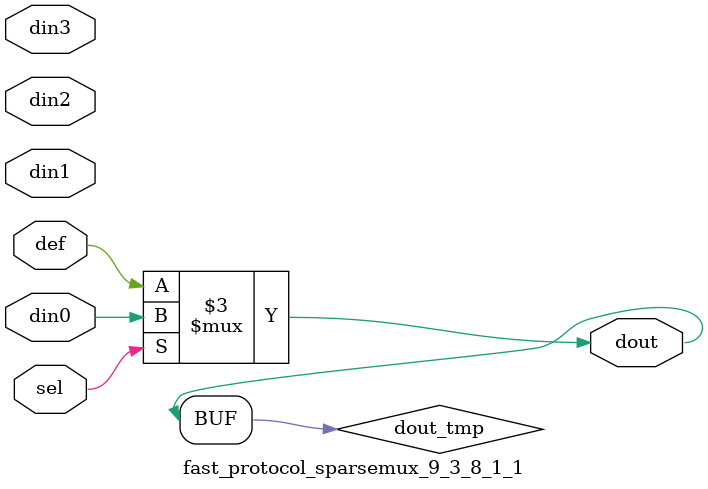
<source format=v>
`timescale 1ns / 1ps

module fast_protocol_sparsemux_9_3_8_1_1 (din0,din1,din2,din3,def,sel,dout);

parameter din0_WIDTH = 1;

parameter din1_WIDTH = 1;

parameter din2_WIDTH = 1;

parameter din3_WIDTH = 1;

parameter def_WIDTH = 1;
parameter sel_WIDTH = 1;
parameter dout_WIDTH = 1;

parameter [sel_WIDTH-1:0] CASE0 = 1;

parameter [sel_WIDTH-1:0] CASE1 = 1;

parameter [sel_WIDTH-1:0] CASE2 = 1;

parameter [sel_WIDTH-1:0] CASE3 = 1;

parameter ID = 1;
parameter NUM_STAGE = 1;



input [din0_WIDTH-1:0] din0;

input [din1_WIDTH-1:0] din1;

input [din2_WIDTH-1:0] din2;

input [din3_WIDTH-1:0] din3;

input [def_WIDTH-1:0] def;
input [sel_WIDTH-1:0] sel;

output [dout_WIDTH-1:0] dout;



reg [dout_WIDTH-1:0] dout_tmp;


always @ (*) begin
(* parallel_case *) case (sel)
    
    CASE0 : dout_tmp = din0;
    
    CASE1 : dout_tmp = din1;
    
    CASE2 : dout_tmp = din2;
    
    CASE3 : dout_tmp = din3;
    
    default : dout_tmp = def;
endcase
end


assign dout = dout_tmp;



endmodule

</source>
